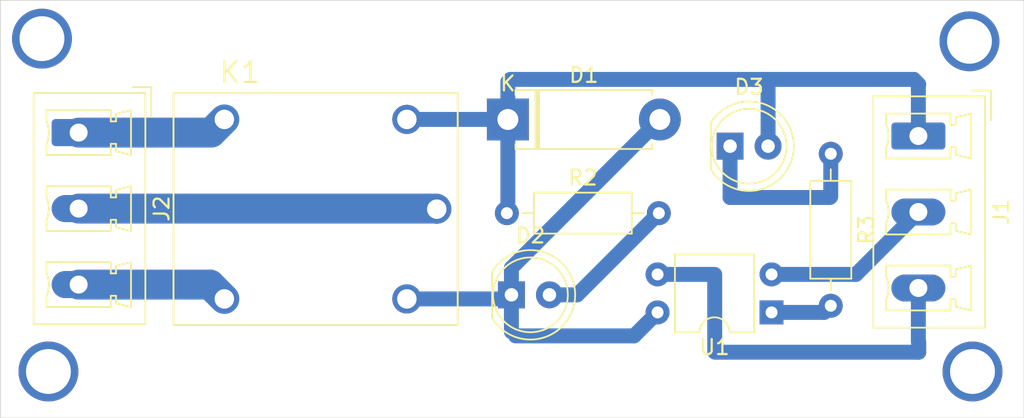
<source format=kicad_pcb>
(kicad_pcb (version 20240108) (generator "pcbnew") (generator_version "8.0")
  (layers (0 "F.Cu" signal) (31 "B.Cu" signal) (34 "B.Paste" user) (35 "F.Paste" user) (36 "B.SilkS" user "B.Silkscreen") (37 "F.SilkS" user "F.Silkscreen") (38 "B.Mask" user) (39 "F.Mask" user) (44 "Edge.Cuts" user))
  (net 0 "")
  (net 1 "Net-(D1-A)")
  (net 2 "12v")
  (net 3 "Net-(D2-A)")
  (net 4 "GND")
  (net 5 "Net-(D3-K)")
  (net 6 "out")
  (net 7 "in")
  (net 8 "out2")
  (net 9 "Net-(R3-Pad2)")
  (net 10 "out3")
  (footprint "Resistor_THT:R_Axial_DIN0207_L6.3mm_D2.5mm_P10.16mm_Horizontal" (layer "F.Cu") (at 33.8582 -13.462)
    (property "Reference" "R2" (at 5.08 -2.37 0) (layer "F.SilkS"))
    (property "Value" "R")
    (fp_line (start 1.04 0) (end 1.81 0) (stroke (width 0.12)) (layer "F.SilkS"))
    (fp_line (start 1.81 -1.37) (end 1.81 1.37) (stroke (width 0.12)) (layer "F.SilkS"))
    (fp_line (start 1.81 1.37) (end 8.35 1.37) (stroke (width 0.12)) (layer "F.SilkS"))
    (fp_line (start 8.35 -1.37) (end 1.81 -1.37) (stroke (width 0.12)) (layer "F.SilkS"))
    (fp_line (start 8.35 1.37) (end 8.35 -1.37) (stroke (width 0.12)) (layer "F.SilkS"))
    (fp_line (start 9.12 0) (end 8.35 0) (stroke (width 0.12)) (layer "F.SilkS"))
    (pad "1" thru_hole circle (at 0 0) (size 1.6 1.6) (drill 0.8) (layers "*.Cu" "*.Mask") (net 2 "12v"))
    (pad "2" thru_hole oval (at 10.16 0) (size 1.6 1.6) (drill 0.8) (layers "*.Cu" "*.Mask") (net 3 "Net-(D2-A)"))
  )
  (footprint "Resistor_THT:R_Axial_DIN0207_L6.3mm_D2.5mm_P10.16mm_Horizontal" (layer "F.Cu") (at 55.511 -17.4314 -90)
    (property "Reference" "R3" (at 5.08 -2.37 90) (layer "F.SilkS"))
    (property "Value" "R")
    (fp_line (start 1.81 1.37) (end 8.35 1.37) (stroke (width 0.12)) (layer "F.SilkS"))
    (fp_line (start 8.35 1.37) (end 8.35 -1.37) (stroke (width 0.12)) (layer "F.SilkS"))
    (fp_line (start 1.04 0) (end 1.81 0) (stroke (width 0.12)) (layer "F.SilkS"))
    (fp_line (start 9.12 0) (end 8.35 0) (stroke (width 0.12)) (layer "F.SilkS"))
    (fp_line (start 1.81 -1.37) (end 1.81 1.37) (stroke (width 0.12)) (layer "F.SilkS"))
    (fp_line (start 8.35 -1.37) (end 1.81 -1.37) (stroke (width 0.12)) (layer "F.SilkS"))
    (pad "1" thru_hole circle (at 0 0 270) (size 1.6 1.6) (drill 0.8) (layers "*.Cu" "*.Mask") (net 5 "Net-(D3-K)"))
    (pad "2" thru_hole oval (at 10.16 0 270) (size 1.6 1.6) (drill 0.8) (layers "*.Cu" "*.Mask") (net 9 "Net-(R3-Pad2)"))
  )
  (footprint "LED_THT:LED_D5.0mm_Clear" (layer "F.Cu") (at 48.78 -17.9394)
    (property "Reference" "D3" (at 1.27 -3.96 0) (layer "F.SilkS"))
    (property "Value" "LED")
    (fp_line (start -1.29 -1.545) (end -1.29 1.545) (stroke (width 0.12)) (layer "F.SilkS"))
    (fp_arc (start -1.29 -1.54483) (mid 2.072002 -2.880433) (end 4.26 0.000462) (stroke (width 0.12)) (layer "F.SilkS"))
    (fp_arc (start 4.26 -0.000462) (mid 2.072002 2.880433) (end -1.29 1.54483) (stroke (width 0.12)) (layer "F.SilkS"))
    (fp_circle (center 1.27 0) (end 3.77 0) (stroke (width 0.12)) (fill none) (layer "F.SilkS"))
    (pad "1" thru_hole rect (at 0 0) (size 1.8 1.8) (drill 0.9) (layers "*.Cu" "*.Mask") (net 5 "Net-(D3-K)"))
    (pad "2" thru_hole circle (at 2.54 0) (size 1.8 1.8) (drill 0.9) (layers "*.Cu" "*.Mask") (net 2 "12v"))
  )
  (footprint "Connector_Phoenix_MC_HighVoltage:PhoenixContact_MCV_1,5_3-G-5.08_1x03_P5.08mm_Vertical" (layer "F.Cu") (at 5.2324 -18.8468 -90)
    (property "Reference" "J2" (at 5.08 -5.55 90) (layer "F.SilkS"))
    (property "Value" "Conn_01x03_Pin")
    (fp_line (start -2.65 3.01) (end 12.81 3.01) (stroke (width 0.12)) (layer "F.SilkS"))
    (fp_line (start 12.81 3.01) (end 12.81 -4.46) (stroke (width 0.12)) (layer "F.SilkS"))
    (fp_line (start -1.5 2.15) (end -1.5 -2.15) (stroke (width 0.12)) (layer "F.SilkS"))
    (fp_line (start -0.75 2.15) (end -1.5 2.15) (stroke (width 0.12)) (layer "F.SilkS"))
    (fp_line (start 1.5 2.15) (end 0.75 2.15) (stroke (width 0.12)) (layer "F.SilkS"))
    (fp_line (start 3.58 2.15) (end 3.58 -2.15) (stroke (width 0.12)) (layer "F.SilkS"))
    (fp_line (start 4.33 2.15) (end 3.58 2.15) (stroke (width 0.12)) (layer "F.SilkS"))
    (fp_line (start 6.58 2.15) (end 5.83 2.15) (stroke (width 0.12)) (layer "F.SilkS"))
    (fp_line (start 8.66 2.15) (end 8.66 -2.15) (stroke (width 0.12)) (layer "F.SilkS"))
    (fp_line (start 9.41 2.15) (end 8.66 2.15) (stroke (width 0.12)) (layer "F.SilkS"))
    (fp_line (start 11.66 2.15) (end 10.91 2.15) (stroke (width 0.12)) (layer "F.SilkS"))
    (fp_line (start -1.5 -2.15) (end -0.75 -2.15) (stroke (width 0.12)) (layer "F.SilkS"))
    (fp_line (start -0.75 -2.15) (end -0.75 -2.5) (stroke (width 0.12)) (layer "F.SilkS"))
    (fp_line (start 0.75 -2.15) (end 1.5 -2.15) (stroke (width 0.12)) (layer "F.SilkS"))
    (fp_line (start 1.5 -2.15) (end 1.5 2.15) (stroke (width 0.12)) (layer "F.SilkS"))
    (fp_line (start 3.58 -2.15) (end 4.33 -2.15) (stroke (width 0.12)) (layer "F.SilkS"))
    (fp_line (start 4.33 -2.15) (end 4.33 -2.5) (stroke (width 0.12)) (layer "F.SilkS"))
    (fp_line (start 5.83 -2.15) (end 6.58 -2.15) (stroke (width 0.12)) (layer "F.SilkS"))
    (fp_line (start 6.58 -2.15) (end 6.58 2.15) (stroke (width 0.12)) (layer "F.SilkS"))
    (fp_line (start 8.66 -2.15) (end 9.41 -2.15) (stroke (width 0.12)) (layer "F.SilkS"))
    (fp_line (start 9.41 -2.15) (end 9.41 -2.5) (stroke (width 0.12)) (layer "F.SilkS"))
    (fp_line (start 10.91 -2.15) (end 11.66 -2.15) (stroke (width 0.12)) (layer "F.SilkS"))
    (fp_line (start 11.66 -2.15) (end 11.66 2.15) (stroke (width 0.12)) (layer "F.SilkS"))
    (fp_line (start -1.25 -2.5) (end -1.5 -3.5) (stroke (width 0.12)) (layer "F.SilkS"))
    (fp_line (start -0.75 -2.5) (end -1.25 -2.5) (stroke (width 0.12)) (layer "F.SilkS"))
    (fp_line (start 0.75 -2.5) (end 0.75 -2.15) (stroke (width 0.12)) (layer "F.SilkS"))
    (fp_line (start 1.25 -2.5) (end 0.75 -2.5) (stroke (width 0.12)) (layer "F.SilkS"))
    (fp_line (start 3.83 -2.5) (end 3.58 -3.5) (stroke (width 0.12)) (layer "F.SilkS"))
    (fp_line (start 4.33 -2.5) (end 3.83 -2.5) (stroke (width 0.12)) (layer "F.SilkS"))
    (fp_line (start 5.83 -2.5) (end 5.83 -2.15) (stroke (width 0.12)) (layer "F.SilkS"))
    (fp_line (start 6.33 -2.5) (end 5.83 -2.5) (stroke (width 0.12)) (layer "F.SilkS"))
    (fp_line (start 8.91 -2.5) (end 8.66 -3.5) (stroke (width 0.12)) (layer "F.SilkS"))
    (fp_line (start 9.41 -2.5) (end 8.91 -2.5) (stroke (width 0.12)) (layer "F.SilkS"))
    (fp_line (start 10.91 -2.5) (end 10.91 -2.15) (stroke (width 0.12)) (layer "F.SilkS"))
    (fp_line (start 11.41 -2.5) (end 10.91 -2.5) (stroke (width 0.12)) (layer "F.SilkS"))
    (fp_line (start -1.5 -3.5) (end 1.5 -3.5) (stroke (width 0.12)) (layer "F.SilkS"))
    (fp_line (start 1.5 -3.5) (end 1.25 -2.5) (stroke (width 0.12)) (layer "F.SilkS"))
    (fp_line (start 3.58 -3.5) (end 6.58 -3.5) (stroke (width 0.12)) (layer "F.SilkS"))
    (fp_line (start 6.58 -3.5) (end 6.33 -2.5) (stroke (width 0.12)) (layer "F.SilkS"))
    (fp_line (start 8.66 -3.5) (end 11.66 -3.5) (stroke (width 0.12)) (layer "F.SilkS"))
    (fp_line (start 11.66 -3.5) (end 11.41 -2.5) (stroke (width 0.12)) (layer "F.SilkS"))
    (fp_line (start -3.04 -3.6) (end -3.04 -4.85) (stroke (width 0.12)) (layer "F.SilkS"))
    (fp_line (start -2.65 -4.46) (end -2.65 3.01) (stroke (width 0.12)) (layer "F.SilkS"))
    (fp_line (start 12.81 -4.46) (end -2.65 -4.46) (stroke (width 0.12)) (layer "F.SilkS"))
    (fp_line (start -3.04 -4.85) (end -1.04 -4.85) (stroke (width 0.12)) (layer "F.SilkS"))
    (fp_arc (start -0.75 2.15) (mid -0.000193 1.99191) (end 0.749647 2.149844) (stroke (width 0.12)) (layer "F.SilkS"))
    (fp_arc (start 4.33 2.15) (mid 5.079807 1.99191) (end 5.829647 2.149844) (stroke (width 0.12)) (layer "F.SilkS"))
    (fp_arc (start 9.41 2.15) (mid 10.159807 1.99191) (end 10.909647 2.149844) (stroke (width 0.12)) (layer "F.SilkS"))
    (pad "1" thru_hole roundrect (at 0 0 270) (size 1.8 3.6) (drill 1.2) (layers "*.Cu" "*.Mask") (roundrect_rratio 0.138889) (net 6 "out"))
    (pad "2" thru_hole oval (at 5.08 0 270) (size 1.8 3.6) (drill 1.2) (layers "*.Cu" "*.Mask") (net 8 "out2"))
    (pad "3" thru_hole oval (at 10.16 0 270) (size 1.8 3.6) (drill 1.2) (layers "*.Cu" "*.Mask") (net 10 "out3"))
  )
  (footprint "Package_DIP:DIP-4_W7.62mm" (layer "F.Cu") (at 51.552 -6.8276 180)
    (property "Reference" "U1" (at 3.81 -2.33 180) (layer "F.SilkS"))
    (property "Value" "PC817")
    (fp_line (start 6.46 3.87) (end 6.46 -1.33) (stroke (width 0.12)) (layer "F.SilkS"))
    (fp_line (start 6.46 -1.33) (end 4.81 -1.33) (stroke (width 0.12)) (layer "F.SilkS"))
    (fp_line (start 2.81 -1.33) (end 1.16 -1.33) (stroke (width 0.12)) (layer "F.SilkS"))
    (fp_line (start 1.16 3.87) (end 6.46 3.87) (stroke (width 0.12)) (layer "F.SilkS"))
    (fp_line (start 1.16 -1.33) (end 1.16 3.87) (stroke (width 0.12)) (layer "F.SilkS"))
    (fp_arc (start 4.81 -1.33) (mid 3.81 -0.33) (end 2.81 -1.33) (stroke (width 0.12)) (layer "F.SilkS"))
    (pad "1" thru_hole rect (at 0 0 180) (size 1.6 1.6) (drill 0.8) (layers "*.Cu" "*.Mask") (net 9 "Net-(R3-Pad2)"))
    (pad "2" thru_hole oval (at 0 2.54 180) (size 1.6 1.6) (drill 0.8) (layers "*.Cu" "*.Mask") (net 7 "in"))
    (pad "3" thru_hole oval (at 7.62 2.54 180) (size 1.6 1.6) (drill 0.8) (layers "*.Cu" "*.Mask") (net 4 "GND"))
    (pad "4" thru_hole oval (at 7.62 0 180) (size 1.6 1.6) (drill 0.8) (layers "*.Cu" "*.Mask") (net 1 "Net-(D1-A)"))
  )
  (footprint "Connector_Phoenix_MC_HighVoltage:PhoenixContact_MCV_1,5_3-G-5.08_1x03_P5.08mm_Vertical" (layer "F.Cu") (at 61.3664 -18.6182 -90)
    (property "Reference" "J1" (at 5.08 -5.55 90) (layer "F.SilkS"))
    (property "Value" "Conn_01x03_Pin")
    (fp_line (start -2.65 3.01) (end 12.81 3.01) (stroke (width 0.12)) (layer "F.SilkS"))
    (fp_line (start 12.81 3.01) (end 12.81 -4.46) (stroke (width 0.12)) (layer "F.SilkS"))
    (fp_line (start -1.5 2.15) (end -1.5 -2.15) (stroke (width 0.12)) (layer "F.SilkS"))
    (fp_line (start -0.75 2.15) (end -1.5 2.15) (stroke (width 0.12)) (layer "F.SilkS"))
    (fp_line (start 1.5 2.15) (end 0.75 2.15) (stroke (width 0.12)) (layer "F.SilkS"))
    (fp_line (start 3.58 2.15) (end 3.58 -2.15) (stroke (width 0.12)) (layer "F.SilkS"))
    (fp_line (start 4.33 2.15) (end 3.58 2.15) (stroke (width 0.12)) (layer "F.SilkS"))
    (fp_line (start 6.58 2.15) (end 5.83 2.15) (stroke (width 0.12)) (layer "F.SilkS"))
    (fp_line (start 8.66 2.15) (end 8.66 -2.15) (stroke (width 0.12)) (layer "F.SilkS"))
    (fp_line (start 9.41 2.15) (end 8.66 2.15) (stroke (width 0.12)) (layer "F.SilkS"))
    (fp_line (start 11.66 2.15) (end 10.91 2.15) (stroke (width 0.12)) (layer "F.SilkS"))
    (fp_line (start -1.5 -2.15) (end -0.75 -2.15) (stroke (width 0.12)) (layer "F.SilkS"))
    (fp_line (start -0.75 -2.15) (end -0.75 -2.5) (stroke (width 0.12)) (layer "F.SilkS"))
    (fp_line (start 0.75 -2.15) (end 1.5 -2.15) (stroke (width 0.12)) (layer "F.SilkS"))
    (fp_line (start 1.5 -2.15) (end 1.5 2.15) (stroke (width 0.12)) (layer "F.SilkS"))
    (fp_line (start 3.58 -2.15) (end 4.33 -2.15) (stroke (width 0.12)) (layer "F.SilkS"))
    (fp_line (start 4.33 -2.15) (end 4.33 -2.5) (stroke (width 0.12)) (layer "F.SilkS"))
    (fp_line (start 5.83 -2.15) (end 6.58 -2.15) (stroke (width 0.12)) (layer "F.SilkS"))
    (fp_line (start 6.58 -2.15) (end 6.58 2.15) (stroke (width 0.12)) (layer "F.SilkS"))
    (fp_line (start 8.66 -2.15) (end 9.41 -2.15) (stroke (width 0.12)) (layer "F.SilkS"))
    (fp_line (start 9.41 -2.15) (end 9.41 -2.5) (stroke (width 0.12)) (layer "F.SilkS"))
    (fp_line (start 10.91 -2.15) (end 11.66 -2.15) (stroke (width 0.12)) (layer "F.SilkS"))
    (fp_line (start 11.66 -2.15) (end 11.66 2.15) (stroke (width 0.12)) (layer "F.SilkS"))
    (fp_line (start -1.25 -2.5) (end -1.5 -3.5) (stroke (width 0.12)) (layer "F.SilkS"))
    (fp_line (start -0.75 -2.5) (end -1.25 -2.5) (stroke (width 0.12)) (layer "F.SilkS"))
    (fp_line (start 0.75 -2.5) (end 0.75 -2.15) (stroke (width 0.12)) (layer "F.SilkS"))
    (fp_line (start 1.25 -2.5) (end 0.75 -2.5) (stroke (width 0.12)) (layer "F.SilkS"))
    (fp_line (start 3.83 -2.5) (end 3.58 -3.5) (stroke (width 0.12)) (layer "F.SilkS"))
    (fp_line (start 4.33 -2.5) (end 3.83 -2.5) (stroke (width 0.12)) (layer "F.SilkS"))
    (fp_line (start 5.83 -2.5) (end 5.83 -2.15) (stroke (width 0.12)) (layer "F.SilkS"))
    (fp_line (start 6.33 -2.5) (end 5.83 -2.5) (stroke (width 0.12)) (layer "F.SilkS"))
    (fp_line (start 8.91 -2.5) (end 8.66 -3.5) (stroke (width 0.12)) (layer "F.SilkS"))
    (fp_line (start 9.41 -2.5) (end 8.91 -2.5) (stroke (width 0.12)) (layer "F.SilkS"))
    (fp_line (start 10.91 -2.5) (end 10.91 -2.15) (stroke (width 0.12)) (layer "F.SilkS"))
    (fp_line (start 11.41 -2.5) (end 10.91 -2.5) (stroke (width 0.12)) (layer "F.SilkS"))
    (fp_line (start -1.5 -3.5) (end 1.5 -3.5) (stroke (width 0.12)) (layer "F.SilkS"))
    (fp_line (start 1.5 -3.5) (end 1.25 -2.5) (stroke (width 0.12)) (layer "F.SilkS"))
    (fp_line (start 3.58 -3.5) (end 6.58 -3.5) (stroke (width 0.12)) (layer "F.SilkS"))
    (fp_line (start 6.58 -3.5) (end 6.33 -2.5) (stroke (width 0.12)) (layer "F.SilkS"))
    (fp_line (start 8.66 -3.5) (end 11.66 -3.5) (stroke (width 0.12)) (layer "F.SilkS"))
    (fp_line (start 11.66 -3.5) (end 11.41 -2.5) (stroke (width 0.12)) (layer "F.SilkS"))
    (fp_line (start -3.04 -3.6) (end -3.04 -4.85) (stroke (width 0.12)) (layer "F.SilkS"))
    (fp_line (start -2.65 -4.46) (end -2.65 3.01) (stroke (width 0.12)) (layer "F.SilkS"))
    (fp_line (start 12.81 -4.46) (end -2.65 -4.46) (stroke (width 0.12)) (layer "F.SilkS"))
    (fp_line (start -3.04 -4.85) (end -1.04 -4.85) (stroke (width 0.12)) (layer "F.SilkS"))
    (fp_arc (start -0.75 2.15) (mid -0.000193 1.99191) (end 0.749647 2.149844) (stroke (width 0.12)) (layer "F.SilkS"))
    (fp_arc (start 4.33 2.15) (mid 5.079807 1.99191) (end 5.829647 2.149844) (stroke (width 0.12)) (layer "F.SilkS"))
    (fp_arc (start 9.41 2.15) (mid 10.159807 1.99191) (end 10.909647 2.149844) (stroke (width 0.12)) (layer "F.SilkS"))
    (pad "1" thru_hole roundrect (at 0 0 270) (size 1.8 3.6) (drill 1.2) (layers "*.Cu" "*.Mask") (roundrect_rratio 0.138889) (net 2 "12v"))
    (pad "2" thru_hole oval (at 5.08 0 270) (size 1.8 3.6) (drill 1.2) (layers "*.Cu" "*.Mask") (net 7 "in"))
    (pad "3" thru_hole oval (at 10.16 0 270) (size 1.8 3.6) (drill 1.2) (layers "*.Cu" "*.Mask") (net 4 "GND"))
  )
  (footprint "LED_THT:LED_D5.0mm_Clear" (layer "F.Cu") (at 34.163 -8.001)
    (property "Reference" "D2" (at 1.27 -3.96 0) (layer "F.SilkS"))
    (property "Value" "LED")
    (fp_line (start -1.29 -1.545) (end -1.29 1.545) (stroke (width 0.12)) (layer "F.SilkS"))
    (fp_arc (start -1.29 -1.54483) (mid 2.072002 -2.880433) (end 4.26 0.000462) (stroke (width 0.12)) (layer "F.SilkS"))
    (fp_arc (start 4.26 -0.000462) (mid 2.072002 2.880433) (end -1.29 1.54483) (stroke (width 0.12)) (layer "F.SilkS"))
    (fp_circle (center 1.27 0) (end 3.77 0) (stroke (width 0.12)) (fill none) (layer "F.SilkS"))
    (pad "1" thru_hole rect (at 0 0) (size 1.8 1.8) (drill 0.9) (layers "*.Cu" "*.Mask") (net 1 "Net-(D1-A)"))
    (pad "2" thru_hole circle (at 2.54 0) (size 1.8 1.8) (drill 0.9) (layers "*.Cu" "*.Mask") (net 3 "Net-(D2-A)"))
  )
  (footprint "3rdparty:RELAY_JQC-3F-1C-24VDC" (layer "F.Cu") (at 21.0726 -13.7286)
    (property "Reference" "K1" (at -5.055 -9.139 0) (layer "F.SilkS") (effects (font (size 1.4 1.4))))
    (property "Value" "JQC-3F-1C-24VDC")
    (fp_line (start -9.5 -7.75) (end 9.5 -7.75) (stroke (width 0.127)) (layer "F.SilkS"))
    (fp_line (start -9.5 7.75) (end -9.5 -7.75) (stroke (width 0.127)) (layer "F.SilkS"))
    (fp_line (start 9.5 -7.75) (end 9.5 7.75) (stroke (width 0.127)) (layer "F.SilkS"))
    (fp_line (start 9.5 7.75) (end -9.5 7.75) (stroke (width 0.127)) (layer "F.SilkS"))
    (pad "COIL1" thru_hole circle (at 6.1 -6) (size 1.95 1.95) (drill 1.3) (layers "*.Cu" "*.Mask") (net 2 "12v"))
    (pad "COIL2" thru_hole circle (at 6.1 6) (size 1.95 1.95) (drill 1.3) (layers "*.Cu" "*.Mask") (net 1 "Net-(D1-A)"))
    (pad "COM" thru_hole circle (at 8.1 0) (size 1.95 1.95) (drill 1.3) (layers "*.Cu" "*.Mask") (net 8 "out2"))
    (pad "NC" thru_hole circle (at -6.1 6) (size 1.95 1.95) (drill 1.3) (layers "*.Cu" "*.Mask") (net 10 "out3"))
    (pad "NO" thru_hole circle (at -6.1 -6) (size 1.95 1.95) (drill 1.3) (layers "*.Cu" "*.Mask") (net 6 "out"))
  )
  (footprint "Diode_THT:D_5W_P10.16mm_Horizontal" (layer "F.Cu") (at 33.9248 -19.7236)
    (property "Reference" "D1" (at 5.08 -2.97 0) (layer "F.SilkS"))
    (property "Value" "D")
    (fp_line (start 0.51 -1.97) (end 9.65 -1.97) (stroke (width 0.12)) (layer "F.SilkS"))
    (fp_line (start 0.51 -1.64) (end 0.51 -1.97) (stroke (width 0.12)) (layer "F.SilkS"))
    (fp_line (start 0.51 1.64) (end 0.51 1.97) (stroke (width 0.12)) (layer "F.SilkS"))
    (fp_line (start 0.51 1.97) (end 9.65 1.97) (stroke (width 0.12)) (layer "F.SilkS"))
    (fp_line (start 1.845 -1.97) (end 1.845 1.97) (stroke (width 0.12)) (layer "F.SilkS"))
    (fp_line (start 1.965 -1.97) (end 1.965 1.97) (stroke (width 0.12)) (layer "F.SilkS"))
    (fp_line (start 2.085 -1.97) (end 2.085 1.97) (stroke (width 0.12)) (layer "F.SilkS"))
    (fp_line (start 9.65 -1.97) (end 9.65 -1.64) (stroke (width 0.12)) (layer "F.SilkS"))
    (fp_line (start 9.65 1.97) (end 9.65 1.64) (stroke (width 0.12)) (layer "F.SilkS"))
    (fp_text user "K" (at 0 -2.4 0) (layer "F.SilkS"))
    (pad "1" thru_hole rect (at 0 0) (size 2.8 2.8) (drill 1.4) (layers "*.Cu" "*.Mask") (net 2 "12v"))
    (pad "2" thru_hole oval (at 10.16 0) (size 2.8 2.8) (drill 1.4) (layers "*.Cu" "*.Mask") (net 1 "Net-(D1-A)"))
  )
  (gr_rect (start 0 -27.686) (end 68.4276 0.2286) (stroke (width 0.05)) (fill none) (layer "Edge.Cuts"))
  (via (at 3.2124 -2.8772) (size 4) (drill 3) (layers "F.Cu" "B.Cu") (net 0))
  (via (at 64.9852 -2.8772) (size 4) (drill 3) (layers "F.Cu" "B.Cu") (net 0))
  (via (at 64.782 -24.9498) (size 4) (drill 3) (layers "F.Cu" "B.Cu") (net 0))
  (via (at 2.7806 -25.1276) (size 4) (drill 3) (layers "F.Cu" "B.Cu") (net 0))
  (segment (start 27.1726 -7.7286) (end 33.8906 -7.7286) (width 1) (layer "B.Cu") (net 1))
  (segment (start 34.4424 -5.2578) (end 42.3622 -5.2578) (width 1) (layer "B.Cu") (net 1))
  (segment (start 42.3622 -5.2578) (end 43.932 -6.8276) (width 1) (layer "B.Cu") (net 1))
  (segment (start 34.163 -5.5372) (end 34.4424 -5.2578) (width 0.2) (layer "B.Cu") (net 1))
  (segment (start 34.163 -8.001) (end 34.163 -9.8018) (width 1) (layer "B.Cu") (net 1))
  (segment (start 34.163 -8.001) (end 34.163 -5.5372) (width 1) (layer "B.Cu") (net 1))
  (segment (start 33.8906 -7.7286) (end 34.163 -8.001) (width 0.2) (layer "B.Cu") (net 1))
  (segment (start 34.163 -9.8018) (end 44.0848 -19.7236) (width 1) (layer "B.Cu") (net 1))
  (segment (start 33.9248 -19.7236) (end 33.9248 -13.5286) (width 1) (layer "B.Cu") (net 2))
  (segment (start 33.9248 -19.7236) (end 33.9248 -22.2408) (width 1) (layer "B.Cu") (net 2))
  (segment (start 51.32 -17.9394) (end 51.32 -22.1742) (width 1) (layer "B.Cu") (net 2))
  (segment (start 61.3664 -22.0472) (end 61.3664 -18.6182) (width 1) (layer "B.Cu") (net 2))
  (segment (start 33.9198 -19.7286) (end 33.9248 -19.7236) (width 0.2) (layer "B.Cu") (net 2))
  (segment (start 61.0616 -22.4028) (end 61.3918 -22.0726) (width 1) (layer "B.Cu") (net 2))
  (segment (start 34.0868 -22.4028) (end 51.0914 -22.4028) (width 1) (layer "B.Cu") (net 2))
  (segment (start 33.9248 -13.5286) (end 33.8582 -13.462) (width 0.2) (layer "B.Cu") (net 2))
  (segment (start 27.1726 -19.7286) (end 33.9198 -19.7286) (width 1) (layer "B.Cu") (net 2))
  (segment (start 51.0914 -22.4028) (end 61.0616 -22.4028) (width 1) (layer "B.Cu") (net 2))
  (segment (start 51.32 -22.1742) (end 51.0914 -22.4028) (width 0.2) (layer "B.Cu") (net 2))
  (segment (start 33.9248 -22.2408) (end 34.0868 -22.4028) (width 0.2) (layer "B.Cu") (net 2))
  (segment (start 61.3918 -22.0726) (end 61.3664 -22.0472) (width 0.2) (layer "B.Cu") (net 2))
  (segment (start 38.5572 -8.001) (end 44.0182 -13.462) (width 1) (layer "B.Cu") (net 3))
  (segment (start 36.703 -8.001) (end 38.5572 -8.001) (width 1) (layer "B.Cu") (net 3))
  (segment (start 61.3918 -4.826) (end 61.3664 -4.8514) (width 0.2) (layer "B.Cu") (net 4))
  (segment (start 47.752 -4.191) (end 47.7774 -4.1656) (width 0.2) (layer "B.Cu") (net 4))
  (segment (start 43.932 -9.3676) (end 47.62 -9.3676) (width 1) (layer "B.Cu") (net 4))
  (segment (start 61.3918 -4.1656) (end 61.3918 -4.826) (width 1) (layer "B.Cu") (net 4))
  (segment (start 61.3664 -8.4582) (end 60.198 -8.4582) (width 0.2) (layer "B.Cu") (net 4))
  (segment (start 47.7774 -4.1656) (end 61.3918 -4.1656) (width 1) (layer "B.Cu") (net 4))
  (segment (start 61.3664 -4.8514) (end 61.3664 -8.4582) (width 1) (layer "B.Cu") (net 4))
  (segment (start 47.752 -9.3676) (end 47.752 -4.191) (width 1) (layer "B.Cu") (net 4))
  (segment (start 48.78 -17.9394) (end 48.78 -14.5104) (width 1) (layer "B.Cu") (net 5))
  (segment (start 55.511 -14.5612) (end 55.511 -17.4314) (width 1) (layer "B.Cu") (net 5))
  (segment (start 48.78 -14.5104) (end 55.4602 -14.5104) (width 1) (layer "B.Cu") (net 5))
  (segment (start 55.4602 -14.5104) (end 55.511 -14.5612) (width 0.2) (layer "B.Cu") (net 5))
  (segment (start 14.0908 -18.8468) (end 14.9726 -19.7286) (width 2) (layer "B.Cu") (net 6))
  (segment (start 5.2324 -18.8468) (end 14.0908 -18.8468) (width 2) (layer "B.Cu") (net 6))
  (segment (start 51.552 -9.3676) (end 57.1958 -9.3676) (width 1) (layer "B.Cu") (net 7))
  (segment (start 61.3664 -13.3096) (end 61.3664 -13.5382) (width 0.2) (layer "B.Cu") (net 7))
  (segment (start 57.1958 -9.3676) (end 61.3664 -13.5382) (width 1) (layer "B.Cu") (net 7))
  (segment (start 29.1344 -13.7668) (end 29.1726 -13.7286) (width 0.2) (layer "B.Cu") (net 8))
  (segment (start 5.2324 -13.7668) (end 29.1344 -13.7668) (width 2) (layer "B.Cu") (net 8))
  (segment (start 55.0672 -6.8276) (end 55.511 -7.2714) (width 1) (layer "B.Cu") (net 9))
  (segment (start 51.552 -6.8276) (end 55.0672 -6.8276) (width 1) (layer "B.Cu") (net 9))
  (segment (start 5.2324 -8.6868) (end 14.0144 -8.6868) (width 2) (layer "B.Cu") (net 10))
  (segment (start 14.0144 -8.6868) (end 14.9726 -7.7286) (width 2) (layer "B.Cu") (net 10))
)
</source>
